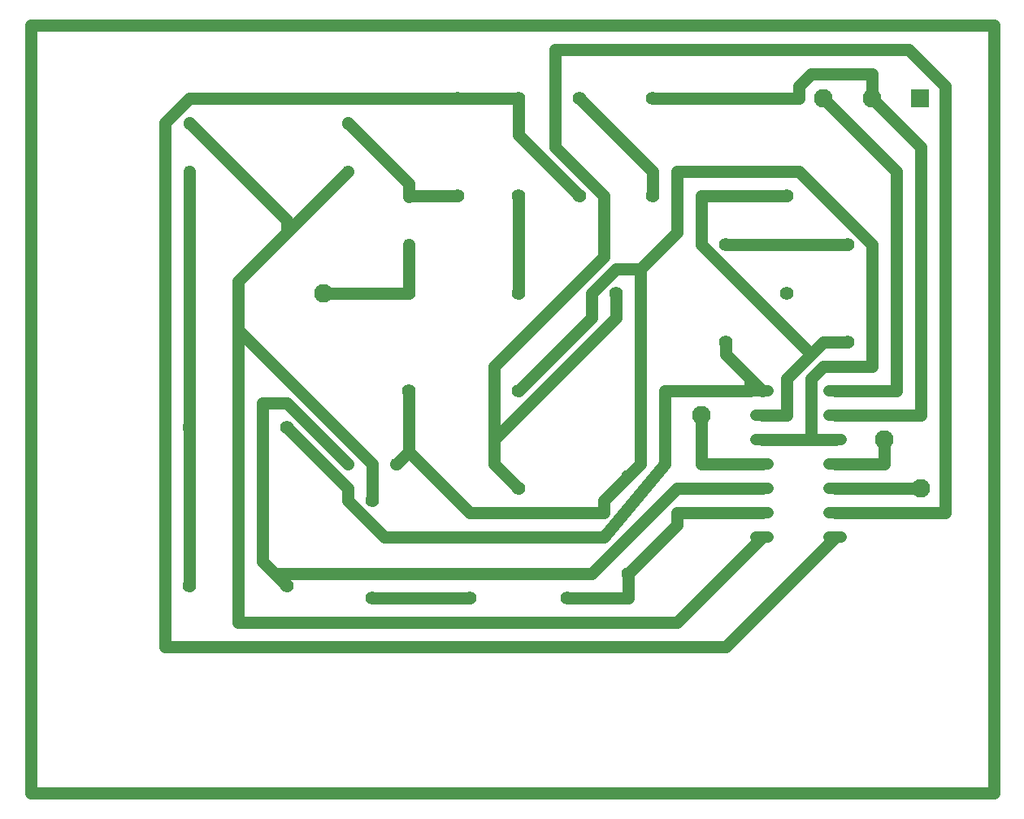
<source format=gtl>
G75*
G70*
%OFA0B0*%
%FSLAX24Y24*%
%IPPOS*%
%LPD*%
%AMOC8*
5,1,8,0,0,1.08239X$1,22.5*
%
%ADD10C,0.0000*%
%ADD11C,0.0476*%
%ADD12C,0.0554*%
%ADD13C,0.0476*%
%ADD14R,0.0768X0.0768*%
%ADD15C,0.0768*%
%ADD16C,0.0500*%
D10*
X000350Y000350D02*
X000350Y031846D01*
X039720Y031846D01*
X039720Y000350D01*
X000350Y000350D01*
D11*
X030112Y010850D02*
X030588Y010850D01*
X030588Y011850D02*
X030112Y011850D01*
X030112Y012850D02*
X030588Y012850D01*
X030588Y013850D02*
X030112Y013850D01*
X030112Y014850D02*
X030588Y014850D01*
X030588Y015850D02*
X030112Y015850D01*
X030112Y016850D02*
X030588Y016850D01*
X033112Y016850D02*
X033588Y016850D01*
X033588Y015850D02*
X033112Y015850D01*
X033112Y014850D02*
X033588Y014850D01*
X033588Y013850D02*
X033112Y013850D01*
X033112Y012850D02*
X033588Y012850D01*
X033588Y011850D02*
X033112Y011850D01*
X033112Y010850D02*
X033588Y010850D01*
D12*
X024850Y009350D03*
X022350Y008350D03*
X018350Y008350D03*
X014350Y008350D03*
X010850Y008850D03*
X006850Y008850D03*
X014350Y012350D03*
X010850Y015350D03*
X006850Y015350D03*
X015850Y016850D03*
X020350Y016850D03*
X024850Y013350D03*
X020350Y012850D03*
X028850Y018850D03*
X031350Y020850D03*
X028850Y022850D03*
X031350Y024850D03*
X033850Y022850D03*
X033850Y018850D03*
X025850Y024850D03*
X022850Y024850D03*
X020350Y024850D03*
X017850Y024850D03*
X017850Y028850D03*
X020350Y028850D03*
X022850Y028850D03*
X025850Y028850D03*
X024350Y020850D03*
X020350Y020850D03*
X015850Y020850D03*
D13*
X015850Y022866D03*
X015850Y024834D03*
X013350Y025866D03*
X013350Y027834D03*
X006850Y027834D03*
X006850Y025866D03*
X013366Y013850D03*
X015334Y013850D03*
D14*
X036819Y028854D03*
D15*
X034850Y028854D03*
X032881Y028854D03*
X027850Y015850D03*
X035350Y014850D03*
X036850Y012850D03*
X012350Y020850D03*
D16*
X000350Y000350D02*
X039850Y000350D01*
X039850Y031850D01*
X000350Y031850D01*
X000350Y000350D01*
X005850Y006350D02*
X005850Y027850D01*
X006850Y028850D01*
X017850Y028850D01*
X020350Y028850D01*
X020350Y027350D01*
X022850Y024850D01*
X023850Y024850D02*
X023850Y022350D01*
X019350Y017850D01*
X019350Y014850D01*
X024350Y019850D01*
X024350Y020850D01*
X024350Y021850D02*
X023350Y020850D01*
X023350Y019850D01*
X020350Y016850D01*
X019350Y014850D02*
X019350Y013850D01*
X020350Y012850D01*
X018350Y011850D02*
X023850Y011850D01*
X023850Y012350D01*
X024850Y013350D01*
X025350Y013850D01*
X025350Y021850D01*
X026850Y023350D01*
X026850Y025850D01*
X031850Y025850D01*
X034850Y022850D01*
X034850Y017850D01*
X032850Y017850D01*
X032350Y017350D01*
X032350Y014850D01*
X030350Y014850D01*
X030350Y013850D02*
X027850Y013850D01*
X027850Y015850D01*
X026350Y016850D02*
X026350Y013850D01*
X023850Y010850D01*
X014850Y010850D01*
X013350Y012350D01*
X013350Y012850D01*
X010850Y015350D01*
X010850Y016350D02*
X009850Y016350D01*
X009850Y009850D01*
X010350Y009350D01*
X023350Y009350D01*
X026850Y012850D01*
X030350Y012850D01*
X030350Y011850D02*
X026850Y011850D01*
X026850Y011350D01*
X024850Y009350D01*
X024850Y008350D01*
X022350Y008350D01*
X018350Y008350D02*
X014350Y008350D01*
X010850Y008850D02*
X010350Y009350D01*
X008850Y007350D02*
X008850Y019350D01*
X014350Y013850D01*
X014350Y012350D01*
X013366Y013850D02*
X013350Y013850D01*
X010850Y016350D01*
X006850Y015350D02*
X006850Y008850D01*
X008850Y007350D02*
X026850Y007350D01*
X030350Y010850D01*
X033350Y010850D02*
X028850Y006350D01*
X005850Y006350D01*
X015334Y013850D02*
X015350Y013850D01*
X015850Y014350D01*
X018350Y011850D01*
X015850Y014350D02*
X015850Y016850D01*
X015850Y020850D02*
X012350Y020850D01*
X010850Y023350D02*
X010850Y023850D01*
X006850Y027850D01*
X006850Y027834D01*
X006850Y025866D02*
X006850Y015350D01*
X008850Y019350D02*
X008850Y021350D01*
X010850Y023350D01*
X013350Y025850D01*
X013350Y025866D01*
X013350Y027834D02*
X013350Y027850D01*
X015850Y025350D01*
X015850Y024850D01*
X015850Y024834D01*
X015850Y024850D02*
X017850Y024850D01*
X020350Y024850D02*
X020350Y020850D01*
X024350Y021850D02*
X025350Y021850D01*
X027850Y022850D02*
X032350Y018350D01*
X031350Y017350D01*
X031350Y015850D01*
X030350Y015850D01*
X030350Y016850D02*
X029850Y017350D01*
X029850Y016850D01*
X026350Y016850D01*
X028850Y018350D02*
X028850Y018850D01*
X028850Y018350D02*
X029850Y017350D01*
X032350Y018350D02*
X032850Y018850D01*
X033850Y018850D01*
X033350Y016850D02*
X035850Y016850D01*
X035850Y025850D01*
X032850Y028850D01*
X032881Y028854D01*
X031850Y028850D02*
X031850Y029350D01*
X032350Y029850D01*
X034850Y029850D01*
X034850Y028854D01*
X034850Y028850D01*
X036850Y026850D01*
X036850Y015850D01*
X033350Y015850D01*
X033350Y014850D02*
X032350Y014850D01*
X033350Y013850D02*
X035350Y013850D01*
X035350Y014850D01*
X036850Y012850D02*
X033350Y012850D01*
X033350Y011850D02*
X037850Y011850D01*
X037850Y029350D01*
X036350Y030850D01*
X021850Y030850D01*
X021850Y026850D01*
X023850Y024850D01*
X025850Y024850D02*
X025850Y025850D01*
X022850Y028850D01*
X025850Y028850D02*
X031850Y028850D01*
X031350Y024850D02*
X027850Y024850D01*
X027850Y022850D01*
X028850Y022850D02*
X033850Y022850D01*
X015850Y022866D02*
X015850Y020850D01*
M02*

</source>
